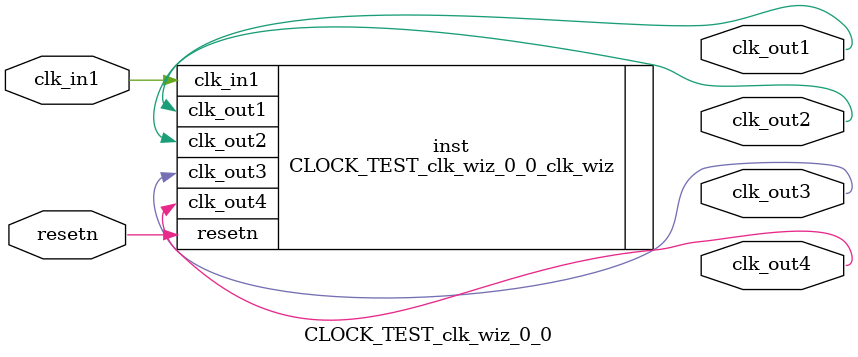
<source format=v>


`timescale 1ps/1ps

(* CORE_GENERATION_INFO = "CLOCK_TEST_clk_wiz_0_0,clk_wiz_v6_0_3_0_0,{component_name=CLOCK_TEST_clk_wiz_0_0,use_phase_alignment=true,use_min_o_jitter=false,use_max_i_jitter=false,use_dyn_phase_shift=false,use_inclk_switchover=false,use_dyn_reconfig=false,enable_axi=0,feedback_source=FDBK_AUTO,PRIMITIVE=MMCM,num_out_clk=4,clkin1_period=10.000,clkin2_period=10.000,use_power_down=false,use_reset=true,use_locked=false,use_inclk_stopped=false,feedback_type=SINGLE,CLOCK_MGR_TYPE=NA,manual_override=false}" *)

module CLOCK_TEST_clk_wiz_0_0 
 (
  // Clock out ports
  output        clk_out1,
  output        clk_out2,
  output        clk_out3,
  output        clk_out4,
  // Status and control signals
  input         resetn,
 // Clock in ports
  input         clk_in1
 );

  CLOCK_TEST_clk_wiz_0_0_clk_wiz inst
  (
  // Clock out ports  
  .clk_out1(clk_out1),
  .clk_out2(clk_out2),
  .clk_out3(clk_out3),
  .clk_out4(clk_out4),
  // Status and control signals               
  .resetn(resetn), 
 // Clock in ports
  .clk_in1(clk_in1)
  );

endmodule

</source>
